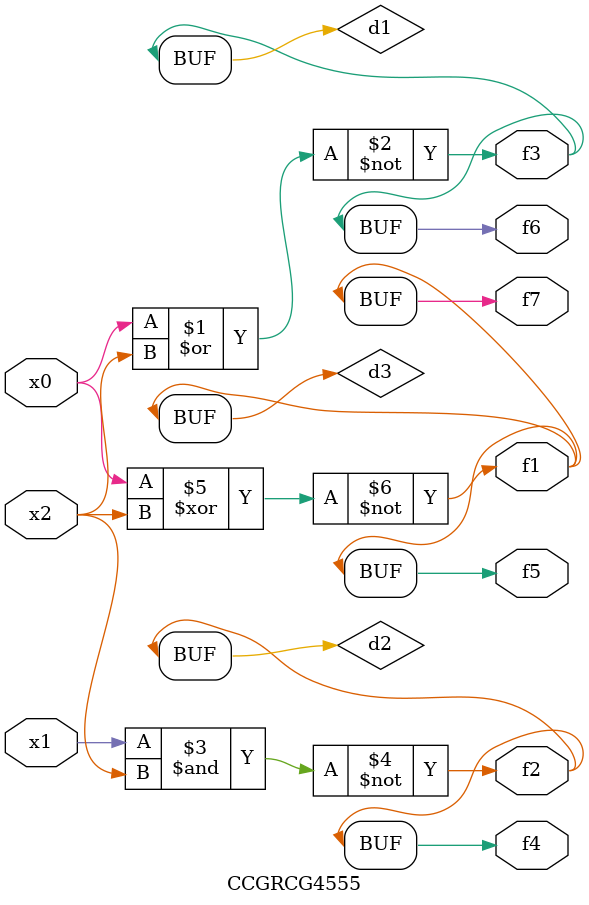
<source format=v>
module CCGRCG4555(
	input x0, x1, x2,
	output f1, f2, f3, f4, f5, f6, f7
);

	wire d1, d2, d3;

	nor (d1, x0, x2);
	nand (d2, x1, x2);
	xnor (d3, x0, x2);
	assign f1 = d3;
	assign f2 = d2;
	assign f3 = d1;
	assign f4 = d2;
	assign f5 = d3;
	assign f6 = d1;
	assign f7 = d3;
endmodule

</source>
